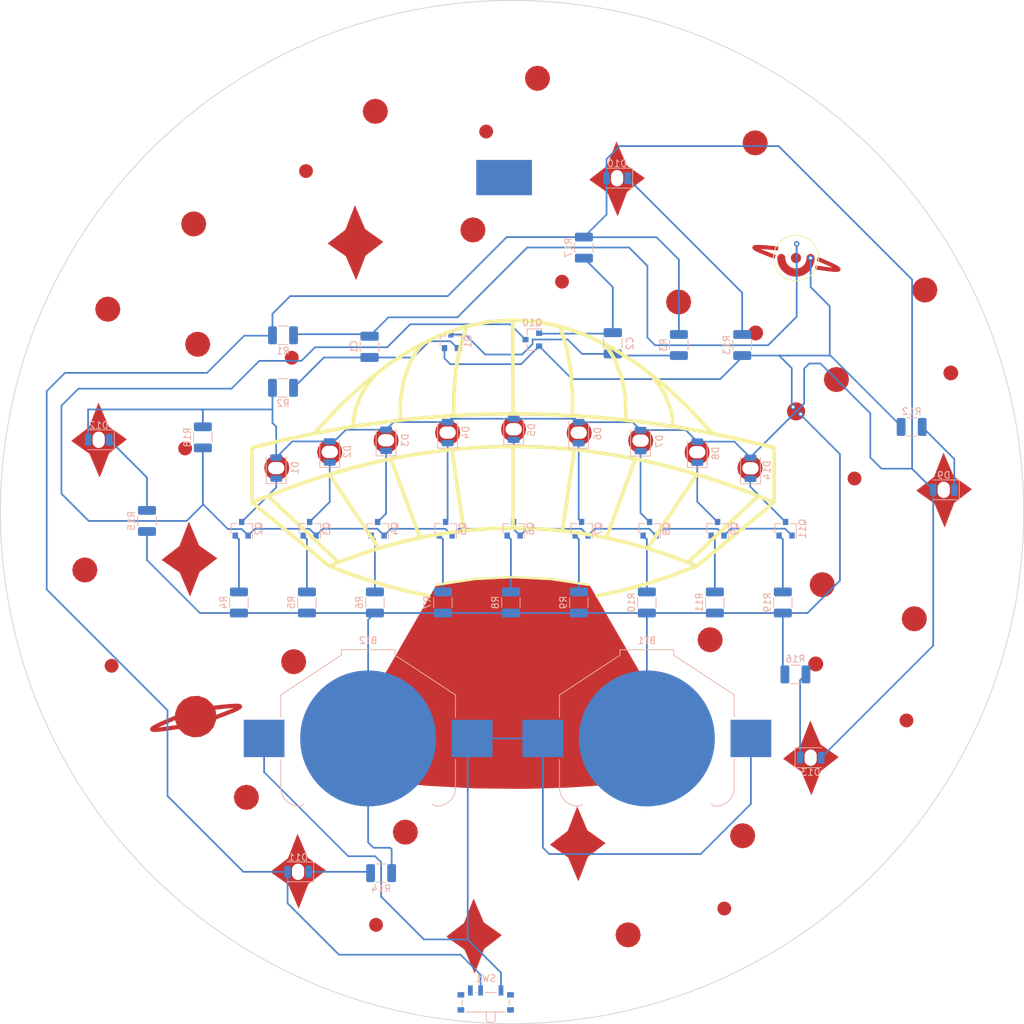
<source format=kicad_pcb>
(kicad_pcb (version 20201116) (generator pcbnew)
  (layers (0 "F.Cu" signal) (31 "B.Cu" signal) (34 "B.Paste" user) (35 "F.Paste" user) (36 "B.SilkS" user "B.Silkscreen") (37 "F.SilkS" user "F.Silkscreen") (38 "B.Mask" user) (39 "F.Mask" user) (44 "Edge.Cuts" user))
  (net 0 "")
  (net 1 "Net-(MK1-Pad1)")
  (net 2 "Net-(SW1-Pad1)")
  (net 3 "Net-(C1-Pad2)")
  (net 4 "Net-(C1-Pad1)")
  (net 5 "Net-(C2-Pad2)")
  (net 6 "Net-(C2-Pad1)")
  (net 7 "Net-(D1-Pad2)")
  (net 8 "Net-(D1-Pad1)")
  (net 9 "Net-(D2-Pad1)")
  (net 10 "Net-(D3-Pad1)")
  (net 11 "Net-(D4-Pad1)")
  (net 12 "Net-(D5-Pad1)")
  (net 13 "Net-(D6-Pad1)")
  (net 14 "Net-(D7-Pad1)")
  (net 15 "Net-(D8-Pad1)")
  (net 16 "Net-(D9-Pad1)")
  (net 17 "Net-(D10-Pad1)")
  (net 18 "Net-(D11-Pad1)")
  (net 19 "Net-(D12-Pad1)")
  (net 20 "Net-(D13-Pad1)")
  (net 21 "Net-(D14-Pad1)")
  (net 22 "Net-(Q2-Pad2)")
  (net 23 "Net-(Q10-Pad3)")
  (net 24 "Net-(Q3-Pad2)")
  (net 25 "Net-(Q4-Pad2)")
  (net 26 "Net-(Q5-Pad2)")
  (net 27 "Net-(Q6-Pad2)")
  (net 28 "Net-(Q7-Pad2)")
  (net 29 "Net-(Q8-Pad2)")
  (net 30 "Net-(Q9-Pad2)")
  (net 31 "Net-(Q11-Pad2)")
  (footprint "Sarah:Microphone" (layer "F.Cu") (at 146.93 64.33)
    (fp_text reference "MK1" hide)
    (fp_text value "Microphone" hide)
  )
  (footprint "Sarah:UFO" (layer "F.Cu") (at 104.79 102.07)
    (fp_text reference "Ref**" hide)
    (fp_text value "Val**" hide)
    (fp_circle (center 0.38 -0.37) (end 59.11 -47.43) (layer "Edge.Cuts") (width 0.12) (fill none))
  )
  (footprint "Resistor_SMD:R_1210_3225Metric_Pad1.30x2.65mm_HandSolder" (layer "B.Cu") (at 163.95 89.18 180)
    (fp_text reference "R12")
    (fp_text value "1k")
  )
  (footprint "Battery:BatteryHolder_Keystone_3008_1x2450" (layer "B.Cu") (at 84 135 180)
    (fp_text reference "BT2")
    (fp_text value "3V")
  )
  (footprint "Package_TO_SOT_SMD:SOT-23" (layer "B.Cu") (at 96.18 76.58 90)
    (fp_text reference "Q1")
    (fp_text value "BC817")
  )
  (footprint "LED_SMD:LED_1206_3216Metric_ReverseMount_Hole1.8x2.4mm" (layer "B.Cu") (at 168.67 98.43 180)
    (fp_text reference "D9")
    (fp_text value "LED")
  )
  (footprint "LED_SMD:LED_1206_3216Metric_ReverseMount_Hole1.8x2.4mm" (layer "B.Cu") (at 70.48 95.23 90)
    (fp_text reference "D1")
    (fp_text value "LED")
  )
  (footprint "LED_SMD:LED_1206_3216Metric_ReverseMount_Hole1.8x2.4mm" (layer "B.Cu") (at 124.07 91.19 90)
    (fp_text reference "D7")
    (fp_text value "LED")
  )
  (footprint "Resistor_SMD:R_1210_3225Metric_Pad1.30x2.65mm_HandSolder" (layer "B.Cu") (at 115.74 62.81 -90)
    (fp_text reference "R17")
    (fp_text value "1M")
  )
  (footprint "Resistor_SMD:R_1210_3225Metric_Pad1.30x2.65mm_HandSolder" (layer "B.Cu") (at 125 115 -90)
    (fp_text reference "R10")
    (fp_text value "1k")
  )
  (footprint "Package_TO_SOT_SMD:SOT-23" (layer "B.Cu") (at 145.4 104.16 90)
    (fp_text reference "Q11")
    (fp_text value "BC817")
  )
  (footprint "LED_SMD:LED_1206_3216Metric_ReverseMount_Hole1.8x2.4mm" (layer "B.Cu") (at 120.62 52.59 180)
    (fp_text reference "D10")
    (fp_text value "LED")
  )
  (footprint "Package_TO_SOT_SMD:SOT-23" (layer "B.Cu") (at 95.4 104.16 90)
    (fp_text reference "Q5")
    (fp_text value "BC817")
  )
  (footprint "Package_TO_SOT_SMD:SOT-23" (layer "B.Cu") (at 108.15 76.34 180)
    (fp_text reference "Q10")
    (fp_text value "BC817")
  )
  (footprint "Resistor_SMD:R_1210_3225Metric_Pad1.30x2.65mm_HandSolder" (layer "B.Cu") (at 146.85 125.58 180)
    (fp_text reference "R16")
    (fp_text value "1k")
  )
  (footprint "Resistor_SMD:R_1210_3225Metric_Pad1.30x2.65mm_HandSolder" (layer "B.Cu") (at 95 115 -90)
    (fp_text reference "R7")
    (fp_text value "1k")
  )
  (footprint "Resistor_SMD:R_1210_3225Metric_Pad1.30x2.65mm_HandSolder" (layer "B.Cu") (at 139.02 77.13 -90)
    (fp_text reference "R13")
    (fp_text value "1k")
  )
  (footprint "Resistor_SMD:R_1210_3225Metric_Pad1.30x2.65mm_HandSolder" (layer "B.Cu") (at 85 115 -90)
    (fp_text reference "R6")
    (fp_text value "1k")
  )
  (footprint "LED_SMD:LED_1206_3216Metric_ReverseMount_Hole1.8x2.4mm" (layer "B.Cu") (at 95.69 90.01 90)
    (fp_text reference "D4")
    (fp_text value "LED")
  )
  (footprint "Resistor_SMD:R_1210_3225Metric_Pad1.30x2.65mm_HandSolder" (layer "B.Cu") (at 135 115 -90)
    (fp_text reference "R11")
    (fp_text value "1k")
  )
  (footprint "LED_SMD:LED_1206_3216Metric_ReverseMount_Hole1.8x2.4mm" (layer "B.Cu") (at 86.64 91.14 90)
    (fp_text reference "D3")
    (fp_text value "LED")
  )
  (footprint "Resistor_SMD:R_1210_3225Metric_Pad1.30x2.65mm_HandSolder" (layer "B.Cu") (at 115 115 -90)
    (fp_text reference "R9")
    (fp_text value "1k")
  )
  (footprint "Resistor_SMD:R_1210_3225Metric_Pad1.30x2.65mm_HandSolder" (layer "B.Cu") (at 75 115 -90)
    (fp_text reference "R5")
    (fp_text value "1k")
  )
  (footprint "Resistor_SMD:R_1210_3225Metric_Pad1.30x2.65mm_HandSolder" (layer "B.Cu") (at 71.48 75.7)
    (fp_text reference "R1")
    (fp_text value "10k")
  )
  (footprint "Button_Switch_SMD:SW_SPDT_PCM12" (layer "B.Cu") (at 101.29 173.5 180)
    (fp_text reference "SW1")
    (fp_text value "SW_SPST")
  )
  (footprint "Resistor_SMD:R_1210_3225Metric_Pad1.30x2.65mm_HandSolder" (layer "B.Cu") (at 85.91 154.81)
    (fp_text reference "R14")
    (fp_text value "1k")
  )
  (footprint "LED_SMD:LED_1206_3216Metric_ReverseMount_Hole1.8x2.4mm" (layer "B.Cu") (at 149.09 137.83)
    (fp_text reference "D13")
    (fp_text value "LED")
  )
  (footprint "Resistor_SMD:R_1210_3225Metric_Pad1.30x2.65mm_HandSolder" (layer "B.Cu") (at 59.69 90.71 -90)
    (fp_text reference "R18")
    (fp_text value "10k")
  )
  (footprint "LED_SMD:LED_1206_3216Metric_ReverseMount_Hole1.8x2.4mm" (layer "B.Cu") (at 44.37 91.07 180)
    (fp_text reference "D12")
    (fp_text value "LED")
  )
  (footprint "Resistor_SMD:R_1210_3225Metric_Pad1.30x2.65mm_HandSolder" (layer "B.Cu") (at 51.47 103.01 -90)
    (fp_text reference "R15")
    (fp_text value "1k")
  )
  (footprint "Package_TO_SOT_SMD:SOT-23" (layer "B.Cu") (at 85.4 104.16 90)
    (fp_text reference "Q4")
    (fp_text value "BC817")
  )
  (footprint "Package_TO_SOT_SMD:SOT-23" (layer "B.Cu") (at 135.4 104.16 90)
    (fp_text reference "Q9")
    (fp_text value "BC817")
  )
  (footprint "Package_TO_SOT_SMD:SOT-23" (layer "B.Cu") (at 75.4 104.16 90)
    (fp_text reference "Q3")
    (fp_text value "BC817")
  )
  (footprint "Package_TO_SOT_SMD:SOT-23" (layer "B.Cu") (at 125.4 104.16 90)
    (fp_text reference "Q8")
    (fp_text value "BC817")
  )
  (footprint "Resistor_SMD:R_1210_3225Metric_Pad1.30x2.65mm_HandSolder" (layer "B.Cu") (at 145 115 -90)
    (fp_text reference "R19")
    (fp_text value "1k")
  )
  (footprint "LED_SMD:LED_1206_3216Metric_ReverseMount_Hole1.8x2.4mm" (layer "B.Cu") (at 114.97 90.03 90)
    (fp_text reference "D6")
    (fp_text value "LED")
  )
  (footprint "Package_TO_SOT_SMD:SOT-23" (layer "B.Cu") (at 105.4 104.16 90)
    (fp_text reference "Q6")
    (fp_text value "BC817")
  )
  (footprint "Capacitor_SMD:C_1210_3225Metric_Pad1.33x2.70mm_HandSolder" (layer "B.Cu") (at 84.21 77.4 -90)
    (fp_text reference "C1")
    (fp_text value "100nF")
  )
  (footprint "Resistor_SMD:R_1210_3225Metric_Pad1.30x2.65mm_HandSolder" (layer "B.Cu") (at 129.71 77.13 -90)
    (fp_text reference "R3")
    (fp_text value "10k")
  )
  (footprint "Package_TO_SOT_SMD:SOT-23" (layer "B.Cu") (at 65.4 104.16 90)
    (fp_text reference "Q2")
    (fp_text value "BC817")
  )
  (footprint "Capacitor_SMD:C_1210_3225Metric_Pad1.33x2.70mm_HandSolder" (layer "B.Cu") (at 119.99 76.87 90)
    (fp_text reference "C2")
    (fp_text value "100nF")
  )
  (footprint "LED_SMD:LED_1206_3216Metric_ReverseMount_Hole1.8x2.4mm" (layer "B.Cu") (at 78.35 92.86 90)
    (fp_text reference "D2")
    (fp_text value "LED")
  )
  (footprint "Battery:BatteryHolder_Keystone_3008_1x2450" (layer "B.Cu") (at 125 135 180)
    (fp_text reference "BT1")
    (fp_text value "3V")
  )
  (footprint "Package_TO_SOT_SMD:SOT-23" (layer "B.Cu") (at 115.4 104.16 90)
    (fp_text reference "Q7")
    (fp_text value "BC817")
  )
  (footprint "Resistor_SMD:R_1210_3225Metric_Pad1.30x2.65mm_HandSolder" (layer "B.Cu") (at 71.48 83.43)
    (fp_text reference "R2")
    (fp_text value "1M")
  )
  (footprint "Resistor_SMD:R_1210_3225Metric_Pad1.30x2.65mm_HandSolder" (layer "B.Cu") (at 65 115 -90)
    (fp_text reference "R4")
    (fp_text value "1k")
  )
  (footprint "LED_SMD:LED_1206_3216Metric_ReverseMount_Hole1.8x2.4mm" (layer "B.Cu") (at 105.41 89.52 90)
    (fp_text reference "D5")
    (fp_text value "LED")
  )
  (footprint "LED_SMD:LED_1206_3216Metric_ReverseMount_Hole1.8x2.4mm" (layer "B.Cu") (at 140.24 95.26 90)
    (fp_text reference "D14")
    (fp_text value "LED")
  )
  (footprint "LED_SMD:LED_1206_3216Metric_ReverseMount_Hole1.8x2.4mm" (layer "B.Cu") (at 132.41 92.89 90)
    (fp_text reference "D8")
    (fp_text value "LED")
  )
  (footprint "Resistor_SMD:R_1210_3225Metric_Pad1.30x2.65mm_HandSolder" (layer "B.Cu") (at 105 115 -90)
    (fp_text reference "R8")
    (fp_text value "1k")
  )
  (footprint "LED_SMD:LED_1206_3216Metric_ReverseMount_Hole1.8x2.4mm" (layer "B.Cu") (at 73.7 154.62 180)
    (fp_text reference "D11")
    (fp_text value "LED")
  )
  (gr_circle (center 169.71 81.24) (end 170.6 81.67) (layer "F.Cu") (width 0.2) (fill solid))
  (gr_circle (center 149.84 124.05) (end 150.8408 124.05) (layer "F.Cu") (width 0.2) (fill solid))
  (gr_circle (center 141 75.36) (end 142 75.4) (layer "F.Cu") (width 0.2) (fill solid))
  (gr_rect (start 100 50) (end 108 55) (layer "B.Cu") (width 0.2) (fill solid))
  (segment (start 147.62 87.3) (end 147.6 87.3) (width 0.25) (layer "F.Cu") (net 1))
  (segment (start 146.55 86.25) (end 146.51 86.25) (width 0.25) (layer "F.Cu") (net 1))
  (segment (start 147.6 87.3) (end 146.55 86.25) (width 0.25) (layer "F.Cu") (net 1))
  (via (at 146.51 86.25) (size 0.8) (drill 0.4) (layers "F.Cu" "B.Cu") (net 1))
  (via (at 147.62 87.3) (size 0.8) (drill 0.4) (layers "F.Cu" "B.Cu") (net 1))
  (via (at 149.08 64.33) (size 0.8) (drill 0.4) (layers "F.Cu" "B.Cu") (net 1))
  (segment (start 139.02 78.68) (end 144.45 78.68) (width 0.25) (layer "B.Cu") (net 1))
  (segment (start 114 82.14) (end 135.8 82.14) (width 0.25) (layer "B.Cu") (net 1))
  (segment (start 85 116.55) (end 95 116.55) (width 0.25) (layer "B.Cu") (net 1))
  (segment (start 144.45 78.68) (end 145.1 78.68) (width 0.25) (layer "B.Cu") (net 1))
  (segment (start 147.62 87.39) (end 153.4 93.17) (width 0.25) (layer "B.Cu") (net 1))
  (segment (start 146.31 86.05) (end 146.31 80.54) (width 0.25) (layer "B.Cu") (net 1))
  (segment (start 146.51 86.25) (end 146.31 86.05) (width 0.25) (layer "B.Cu") (net 1))
  (segment (start 84 150.29) (end 84.79 151.08) (width 0.25) (layer "B.Cu") (net 1))
  (segment (start 145 125.28) (end 145 116.55) (width 0.25) (layer "B.Cu") (net 1))
  (segment (start 65 116.55) (end 75 116.55) (width 0.25) (layer "B.Cu") (net 1))
  (segment (start 145.63 79.86) (end 144.45 78.68) (width 0.25) (layer "B.Cu") (net 1))
  (segment (start 109.15 77.29) (end 114 82.14) (width 0.25) (layer "B.Cu") (net 1))
  (segment (start 146.31 80.54) (end 145.63 79.86) (width 0.25) (layer "B.Cu") (net 1))
  (segment (start 85 116.55) (end 84 117.55) (width 0.25) (layer "B.Cu") (net 1))
  (segment (start 87.46 151.32) (end 87.46 154.81) (width 0.25) (layer "B.Cu") (net 1))
  (segment (start 125 116.55) (end 125 135) (width 0.25) (layer "B.Cu") (net 1))
  (segment (start 95 116.55) (end 105 116.55) (width 0.25) (layer "B.Cu") (net 1))
  (segment (start 75 116.55) (end 85 116.55) (width 0.25) (layer "B.Cu") (net 1))
  (segment (start 51.47 108.76) (end 59.26 116.55) (width 0.25) (layer "B.Cu") (net 1))
  (segment (start 147.62 87.3) (end 147.62 87.39) (width 0.25) (layer "B.Cu") (net 1))
  (segment (start 135.8 82.14) (end 139.02 78.92) (width 0.25) (layer "B.Cu") (net 1))
  (segment (start 84.79 151.08) (end 87.22 151.08) (width 0.25) (layer "B.Cu") (net 1))
  (segment (start 51.47 104.56) (end 51.47 108.76) (width 0.25) (layer "B.Cu") (net 1))
  (segment (start 145.88 78.68) (end 151.9 78.68) (width 0.25) (layer "B.Cu") (net 1))
  (segment (start 145.1 78.68) (end 145.88 78.68) (width 0.25) (layer "B.Cu") (net 1))
  (segment (start 106.49 79.95) (end 109.15 77.29) (width 0.25) (layer "B.Cu") (net 1))
  (segment (start 84 117.55) (end 84 135) (width 0.25) (layer "B.Cu") (net 1))
  (segment (start 153.4 111.78) (end 148.63 116.55) (width 0.25) (layer "B.Cu") (net 1))
  (segment (start 149.08 64.43) (end 149.08 64.33) (width 0.25) (layer "B.Cu") (net 1))
  (segment (start 95.23 79.1) (end 96.08 79.95) (width 0.25) (layer "B.Cu") (net 1))
  (segment (start 95.23 77.58) (end 95.23 79.1) (width 0.25) (layer "B.Cu") (net 1))
  (segment (start 125 116.55) (end 135 116.55) (width 0.25) (layer "B.Cu") (net 1))
  (segment (start 59.26 116.55) (end 65 116.55) (width 0.25) (layer "B.Cu") (net 1))
  (segment (start 96.08 79.95) (end 106.49 79.95) (width 0.25) (layer "B.Cu") (net 1))
  (segment (start 87.22 151.08) (end 87.46 151.32) (width 0.25) (layer "B.Cu") (net 1))
  (segment (start 162.4 89.18) (end 162.4 89.07) (width 0.25) (layer "B.Cu") (net 1))
  (segment (start 162.4 89.07) (end 151.9 78.57) (width 0.25) (layer "B.Cu") (net 1))
  (segment (start 149.09 64.44) (end 149.08 64.43) (width 0.25) (layer "B.Cu") (net 1))
  (segment (start 145.3 125.58) (end 145 125.28) (width 0.25) (layer "B.Cu") (net 1))
  (segment (start 151.9 71.42) (end 149.09 68.61) (width 0.25) (layer "B.Cu") (net 1))
  (segment (start 151.9 78.57) (end 151.9 71.42) (width 0.25) (layer "B.Cu") (net 1))
  (segment (start 148.63 116.55) (end 145 116.55) (width 0.25) (layer "B.Cu") (net 1))
  (segment (start 153.4 93.17) (end 153.4 111.78) (width 0.25) (layer "B.Cu") (net 1))
  (segment (start 84 150.29) (end 84 135) (width 0.25) (layer "B.Cu") (net 1))
  (segment (start 135 116.55) (end 145 116.55) (width 0.25) (layer "B.Cu") (net 1))
  (segment (start 151.9 78.68) (end 151.9 78.57) (width 0.25) (layer "B.Cu") (net 1))
  (segment (start 149.09 64.44) (end 149.09 68.61) (width 0.25) (layer "B.Cu") (net 1))
  (segment (start 139.02 78.92) (end 139.02 78.68) (width 0.25) (layer "B.Cu") (net 1))
  (segment (start 105 116.55) (end 115 116.55) (width 0.25) (layer "B.Cu") (net 1))
  (segment (start 115 116.55) (end 125 116.55) (width 0.25) (layer "B.Cu") (net 1))
  (segment (start 98.65 164.56) (end 103.54 169.45) (width 0.25) (layer "B.Cu") (net 2))
  (segment (start 85.91 153.21) (end 85.91 158.27) (width 0.25) (layer "B.Cu") (net 2))
  (segment (start 98.65 135.65) (end 98.65 164.56) (width 0.25) (layer "B.Cu") (net 2))
  (segment (start 132.93 152) (end 110.63 152) (width 0.25) (layer "B.Cu") (net 2))
  (segment (start 140.3 144.63) (end 132.93 152) (width 0.25) (layer "B.Cu") (net 2))
  (segment (start 140.3 135) (end 140.3 144.63) (width 0.25) (layer "B.Cu") (net 2))
  (segment (start 99.3 135) (end 98.65 135.65) (width 0.25) (layer "B.Cu") (net 2))
  (segment (start 109.7 151.07) (end 109.7 135) (width 0.25) (layer "B.Cu") (net 2))
  (segment (start 68.7 135) (end 68.7 139.95) (width 0.25) (layer "B.Cu") (net 2))
  (segment (start 103.54 169.45) (end 103.54 172.07) (width 0.25) (layer "B.Cu") (net 2))
  (segment (start 92.2 164.56) (end 98.65 164.56) (width 0.25) (layer "B.Cu") (net 2))
  (segment (start 80.02 151.27) (end 81.08 152.33) (width 0.25) (layer "B.Cu") (net 2))
  (segment (start 85.91 158.27) (end 92.2 164.56) (width 0.25) (layer "B.Cu") (net 2))
  (segment (start 85.03 152.33) (end 85.79 153.09) (width 0.25) (layer "B.Cu") (net 2))
  (segment (start 99.3 135) (end 109.7 135) (width 0.25) (layer "B.Cu") (net 2))
  (segment (start 68.7 139.95) (end 80.02 151.27) (width 0.25) (layer "B.Cu") (net 2))
  (segment (start 110.63 152) (end 109.7 151.07) (width 0.25) (layer "B.Cu") (net 2))
  (segment (start 81.08 152.33) (end 85.03 152.33) (width 0.25) (layer "B.Cu") (net 2))
  (segment (start 85.79 153.09) (end 85.91 153.21) (width 0.25) (layer "B.Cu") (net 2))
  (segment (start 73.03 83.43) (end 77.4975 78.9625) (width 0.25) (layer "B.Cu") (net 3))
  (segment (start 96.12 76.57) (end 97.13 77.58) (width 0.25) (layer "B.Cu") (net 3))
  (segment (start 84.21 78.9625) (end 84.2175 78.97) (width 0.25) (layer "B.Cu") (net 3))
  (segment (start 77.4975 78.9625) (end 84.21 78.9625) (width 0.25) (layer "B.Cu") (net 3))
  (segment (start 84.2175 78.97) (end 90.61 78.97) (width 0.25) (layer "B.Cu") (net 3))
  (segment (start 90.61 78.97) (end 93.01 76.57) (width 0.25) (layer "B.Cu") (net 3))
  (segment (start 93.01 76.57) (end 96.12 76.57) (width 0.25) (layer "B.Cu") (net 3))
  (segment (start 147.04 64.22) (end 147.04 62.25) (width 0.25) (layer "F.Cu") (net 4))
  (segment (start 146.93 64.33) (end 147.04 64.22) (width 0.25) (layer "F.Cu") (net 4))
  (via (at 147.04 62.25) (size 0.8) (drill 0.4) (layers "F.Cu" "B.Cu") (net 4))
  (segment (start 124.73 65.14) (end 125.08 65.49) (width 0.25) (layer "B.Cu") (net 4))
  (segment (start 86.9875 73.06) (end 97.13 73.06) (width 0.25) (layer "B.Cu") (net 4))
  (segment (start 73.71 75.54) (end 83.9125 75.54) (width 0.25) (layer "B.Cu") (net 4))
  (segment (start 147.04 72.96) (end 147.04 62.25) (width 0.25) (layer "B.Cu") (net 4))
  (segment (start 122.38 62.79) (end 124.73 65.14) (width 0.25) (layer "B.Cu") (net 4))
  (segment (start 126.21 77.17) (end 142.83 77.17) (width 0.25) (layer "B.Cu") (net 4))
  (segment (start 83.9125 75.54) (end 84.21 75.8375) (width 0.25) (layer "B.Cu") (net 4))
  (segment (start 125.08 76.04) (end 126.21 77.17) (width 0.25) (layer "B.Cu") (net 4))
  (segment (start 125.08 65.49) (end 125.08 76.04) (width 0.25) (layer "B.Cu") (net 4))
  (segment (start 84.21 75.8375) (end 86.9875 73.06) (width 0.25) (layer "B.Cu") (net 4))
  (segment (start 107.4 62.79) (end 122.38 62.79) (width 0.25) (layer "B.Cu") (net 4))
  (segment (start 97.13 73.06) (end 107.4 62.79) (width 0.25) (layer "B.Cu") (net 4))
  (segment (start 142.83 77.17) (end 147.04 72.96) (width 0.25) (layer "B.Cu") (net 4))
  (segment (start 109.69 75.46) (end 119.8375 75.46) (width 0.25) (layer "B.Cu") (net 5))
  (segment (start 119.8375 75.46) (end 119.99 75.3075) (width 0.25) (layer "B.Cu") (net 5))
  (segment (start 119.99 68.61) (end 115.74 64.36) (width 0.25) (layer "B.Cu") (net 5))
  (segment (start 119.99 75.3075) (end 119.99 68.61) (width 0.25) (layer "B.Cu") (net 5))
  (segment (start 96.18 75.58) (end 98.28 75.58) (width 0.25) (layer "B.Cu") (net 6))
  (segment (start 113.35 76.32) (end 115.4625 78.4325) (width 0.25) (layer "B.Cu") (net 6))
  (segment (start 106.64 78.53) (end 108.19 76.98) (width 0.25) (layer "B.Cu") (net 6))
  (segment (start 110.42 76.32) (end 113.35 76.32) (width 0.25) (layer "B.Cu") (net 6))
  (segment (start 120.2375 78.68) (end 129.71 78.68) (width 0.25) (layer "B.Cu") (net 6))
  (segment (start 98.28 75.58) (end 101.23 78.53) (width 0.25) (layer "B.Cu") (net 6))
  (segment (start 108.19 76.32) (end 110.42 76.32) (width 0.25) (layer "B.Cu") (net 6))
  (segment (start 119.99 78.4325) (end 120.2375 78.68) (width 0.25) (layer "B.Cu") (net 6))
  (segment (start 115.4625 78.4325) (end 119.99 78.4325) (width 0.25) (layer "B.Cu") (net 6))
  (segment (start 108.19 76.98) (end 108.19 76.32) (width 0.25) (layer "B.Cu") (net 6))
  (segment (start 101.23 78.53) (end 106.64 78.53) (width 0.25) (layer "B.Cu") (net 6))
  (segment (start 96.18 87.97) (end 105.41 87.97) (width 0.25) (layer "B.Cu") (net 7))
  (segment (start 159.51 95.32) (end 164.01 95.32) (width 0.25) (layer "B.Cu") (net 7))
  (segment (start 69.91 86.61) (end 69.93 86.63) (width 0.25) (layer "B.Cu") (net 7))
  (segment (start 36.72 83.92) (end 36.72 113.09) (width 0.25) (layer "B.Cu") (net 7))
  (segment (start 59.69 86.82) (end 59.48 86.61) (width 0.25) (layer "B.Cu") (net 7))
  (segment (start 54.49 130.86) (end 54.49 143.46) (width 0.25) (layer "B.Cu") (net 7))
  (segment (start 124.07 89.64) (end 122.91 88.48) (width 0.25) (layer "B.Cu") (net 7))
  (segment (start 137.87 91.34) (end 132.41 91.34) (width 0.25) (layer "B.Cu") (net 7))
  (segment (start 95.69 88.46) (end 96.18 87.97) (width 0.25) (layer "B.Cu") (net 7))
  (segment (start 95.7 69.94) (end 104.38 61.26) (width 0.25) (layer "B.Cu") (net 7))
  (segment (start 72.53 69.94) (end 95.7 69.94) (width 0.25) (layer "B.Cu") (net 7))
  (segment (start 60.3 81.23) (end 39.41 81.23) (width 0.25) (layer "B.Cu") (net 7))
  (segment (start 69.93 75.7) (end 69.93 72.54) (width 0.25) (layer "B.Cu") (net 7))
  (segment (start 119.07 49.79) (end 119.07 52.59) (width 0.25) (layer "B.Cu") (net 7))
  (segment (start 70.48 93.68) (end 72.85 91.31) (width 0.25) (layer "B.Cu") (net 7))
  (segment (start 115.74 61.26) (end 119.07 57.93) (width 0.25) (layer "B.Cu") (net 7))
  (segment (start 69.93 88.6) (end 69.93 86.63) (width 0.25) (layer "B.Cu") (net 7))
  (segment (start 72.15 154.62) (end 72.15 159.25) (width 0.25) (layer "B.Cu") (net 7))
  (segment (start 126.43 61.28) (end 129.71 64.56) (width 0.25) (layer "B.Cu") (net 7))
  (segment (start 144.38 47.87) (end 120.99 47.87) (width 0.25) (layer "B.Cu") (net 7))
  (segment (start 100.54 169.75) (end 100.54 172.07) (width 0.25) (layer "B.Cu") (net 7))
  (segment (start 69.93 86.63) (end 69.93 83.43) (width 0.25) (layer "B.Cu") (net 7))
  (segment (start 42.81 91.06) (end 42.81 86.61) (width 0.25) (layer "B.Cu") (net 7))
  (segment (start 72.85 91.31) (end 78.35 91.31) (width 0.25) (layer "B.Cu") (net 7))
  (segment (start 148.89 79.85) (end 150.54 79.85) (width 0.25) (layer "B.Cu") (net 7))
  (segment (start 164.01 92.13) (end 164.01 67.5) (width 0.25) (layer "B.Cu") (net 7))
  (segment (start 87.77 88.46) (end 95.69 88.46) (width 0.25) (layer "B.Cu") (net 7))
  (segment (start 59.69 89.16) (end 59.69 86.82) (width 0.25) (layer "B.Cu") (net 7))
  (segment (start 157.87 87.18) (end 157.87 93.68) (width 0.25) (layer "B.Cu") (net 7))
  (segment (start 129.71 64.56) (end 129.71 75.58) (width 0.25) (layer "B.Cu") (net 7))
  (segment (start 130.71 89.64) (end 124.07 89.64) (width 0.25) (layer "B.Cu") (net 7))
  (segment (start 167.12 121.35) (end 167.12 98.43) (width 0.25) (layer "B.Cu") (net 7))
  (segment (start 148.14 85.73) (end 148.14 82.66) (width 0.25) (layer "B.Cu") (net 7))
  (segment (start 132.41 91.34) (end 130.71 89.64) (width 0.25) (layer "B.Cu") (net 7))
  (segment (start 36.72 113.09) (end 54.49 130.86) (width 0.25) (layer "B.Cu") (net 7))
  (segment (start 70.48 93.68) (end 70.48 89.15) (width 0.25) (layer "B.Cu") (net 7))
  (segment (start 65.77 75.76) (end 60.3 81.23) (width 0.25) (layer "B.Cu") (net 7))
  (segment (start 79.25 91.07) (end 80.73 89.59) (width 0.25) (layer "B.Cu") (net 7))
  (segment (start 114.46 87.97) (end 105.41 87.97) (width 0.25) (layer "B.Cu") (net 7))
  (segment (start 80.73 89.59) (end 86.64 89.59) (width 0.25) (layer "B.Cu") (net 7))
  (segment (start 150.54 79.85) (end 157.87 87.18) (width 0.25) (layer "B.Cu") (net 7))
  (segment (start 69.93 75.7) (end 69.87 75.76) (width 0.25) (layer "B.Cu") (net 7))
  (segment (start 164.01 95.32) (end 164.01 92.13) (width 0.25) (layer "B.Cu") (net 7))
  (segment (start 129.71 75.23) (end 129.71 75.58) (width 0.25) (layer "B.Cu") (net 7))
  (segment (start 164.01 67.5) (end 144.38 47.87) (width 0.25) (layer "B.Cu") (net 7))
  (segment (start 122.91 88.48) (end 114.97 88.48) (width 0.25) (layer "B.Cu") (net 7))
  (segment (start 140.2 93.67) (end 141.74 92.13) (width 0.25) (layer "B.Cu") (net 7))
  (segment (start 39.41 81.23) (end 36.72 83.92) (width 0.25) (layer "B.Cu") (net 7))
  (segment (start 54.49 143.46) (end 65.65 154.62) (width 0.25) (layer "B.Cu") (net 7))
  (segment (start 65.65 154.62) (end 72.15 154.62) (width 0.25) (layer "B.Cu") (net 7))
  (segment (start 150.64 137.83) (end 167.12 121.35) (width 0.25) (layer "B.Cu") (net 7))
  (segment (start 120.99 47.87) (end 119.07 49.79) (width 0.25) (layer "B.Cu") (net 7))
  (segment (start 72.15 159.25) (end 79.71 166.81) (width 0.25) (layer "B.Cu") (net 7))
  (segment (start 141.74 92.13) (end 148.14 85.73) (width 0.25) (layer "B.Cu") (net 7))
  (segment (start 157.87 93.68) (end 159.51 95.32) (width 0.25) (layer "B.Cu") (net 7))
  (segment (start 69.93 72.54) (end 72.53 69.94) (width 0.25) (layer "B.Cu") (net 7))
  (segment (start 148.14 80.6) (end 148.89 79.85) (width 0.25) (layer "B.Cu") (net 7))
  (segment (start 42.81 86.61) (end 59.48 86.61) (width 0.25) (layer "B.Cu") (net 7))
  (segment (start 148.14 82.66) (end 148.14 80.6) (width 0.25) (layer "B.Cu") (net 7))
  (segment (start 114.97 88.48) (end 114.46 87.97) (width 0.25) (layer "B.Cu") (net 7))
  (segment (start 70.48 89.15) (end 69.93 88.6) (width 0.25) (layer "B.Cu") (net 7))
  (segment (start 119.07 57.93) (end 119.07 52.59) (width 0.25) (layer "B.Cu") (net 7))
  (segment (start 97.6 166.81) (end 100.54 169.75) (width 0.25) (layer "B.Cu") (net 7))
  (segment (start 140.2 93.67) (end 137.87 91.34) (width 0.25) (layer "B.Cu") (net 7))
  (segment (start 59.48 86.61) (end 69.91 86.61) (width 0.25) (layer "B.Cu") (net 7))
  (segment (start 42.82 91.07) (end 42.81 91.06) (width 0.25) (layer "B.Cu") (net 7))
  (segment (start 86.64 89.59) (end 87.77 88.46) (width 0.25) (layer "B.Cu") (net 7))
  (segment (start 115.74 61.26) (end 115.76 61.28) (width 0.25) (layer "B.Cu") (net 7))
  (segment (start 104.38 61.26) (end 115.74 61.26) (width 0.25) (layer "B.Cu") (net 7))
  (segment (start 79.71 166.81) (end 97.6 166.81) (width 0.25) (layer "B.Cu") (net 7))
  (segment (start 148.14 82.66) (end 148.14 82.53) (width 0.25) (layer "B.Cu") (net 7))
  (segment (start 69.87 75.76) (end 65.77 75.76) (width 0.25) (layer "B.Cu") (net 7))
  (segment (start 167.12 98.43) (end 164.01 95.32) (width 0.25) (layer "B.Cu") (net 7))
  (segment (start 115.76 61.28) (end 126.43 61.28) (width 0.25) (layer "B.Cu") (net 7))
  (segment (start 70.48 98.08) (end 70.48 96.78) (width 0.25) (layer "B.Cu") (net 8))
  (segment (start 65.4 103.16) (end 70.48 98.08) (width 0.25) (layer "B.Cu") (net 8))
  (segment (start 78.35 100.21) (end 78.35 94.41) (width 0.25) (layer "B.Cu") (net 9))
  (segment (start 75.4 103.16) (end 78.35 100.21) (width 0.25) (layer "B.Cu") (net 9))
  (segment (start 85.4 103.16) (end 86.64 101.92) (width 0.25) (layer "B.Cu") (net 10))
  (segment (start 86.64 101.92) (end 86.64 92.69) (width 0.25) (layer "B.Cu") (net 10))
  (segment (start 95.4 103.16) (end 95.69 102.87) (width 0.25) (layer "B.Cu") (net 11))
  (segment (start 95.69 102.87) (end 95.69 91.56) (width 0.25) (layer "B.Cu") (net 11))
  (segment (start 105.41 103.15) (end 105.41 91.07) (width 0.25) (layer "B.Cu") (net 12))
  (segment (start 105.4 103.16) (end 105.41 103.15) (width 0.25) (layer "B.Cu") (net 12))
  (segment (start 115.4 103.16) (end 114.97 102.73) (width 0.25) (layer "B.Cu") (net 13))
  (segment (start 114.97 102.73) (end 114.97 91.58) (width 0.25) (layer "B.Cu") (net 13))
  (segment (start 125.4 103.16) (end 124.07 101.83) (width 0.25) (layer "B.Cu") (net 14))
  (segment (start 124.07 101.83) (end 124.07 92.74) (width 0.25) (layer "B.Cu") (net 14))
  (segment (start 135.4 103.16) (end 132.41 100.17) (width 0.25) (layer "B.Cu") (net 15))
  (segment (start 132.41 100.17) (end 132.41 94.44) (width 0.25) (layer "B.Cu") (net 15))
  (segment (start 170.22 98.43) (end 170.22 93.9) (width 0.25) (layer "B.Cu") (net 16))
  (segment (start 170.22 93.9) (end 165.5 89.18) (width 0.25) (layer "B.Cu") (net 16))
  (segment (start 122.17 52.59) (end 139.02 69.44) (width 0.25) (layer "B.Cu") (net 17))
  (segment (start 139.02 69.44) (end 139.02 75.58) (width 0.25) (layer "B.Cu") (net 17))
  (segment (start 84.17 154.62) (end 75.25 154.62) (width 0.25) (layer "B.Cu") (net 18))
  (segment (start 84.36 154.81) (end 84.17 154.62) (width 0.25) (layer "B.Cu") (net 18))
  (segment (start 84.1 154.55) (end 84.36 154.81) (width 0.25) (layer "B.Cu") (net 18))
  (segment (start 51.47 101.46) (end 51.47 96.62) (width 0.25) (layer "B.Cu") (net 19))
  (segment (start 51.47 96.62) (end 45.92 91.07) (width 0.25) (layer "B.Cu") (net 19))
  (segment (start 147.54 126.44) (end 148.4 125.58) (width 0.25) (layer "B.Cu") (net 20))
  (segment (start 147.54 137.83) (end 147.54 126.44) (width 0.25) (layer "B.Cu") (net 20))
  (segment (start 140.2 97.96) (end 140.2 96.77) (width 0.25) (layer "B.Cu") (net 21))
  (segment (start 145.4 103.16) (end 140.2 97.96) (width 0.25) (layer "B.Cu") (net 21))
  (segment (start 65 105.71) (end 65 113.45) (width 0.25) (layer "B.Cu") (net 22))
  (segment (start 64.45 105.16) (end 65 105.71) (width 0.25) (layer "B.Cu") (net 22))
  (segment (start 67.99 79.46) (end 63.9 83.55) (width 0.25) (layer "B.Cu") (net 23))
  (segment (start 116.35 105.16) (end 117.35 104.16) (width 0.25) (layer "B.Cu") (net 23))
  (segment (start 86.81 77.46) (end 76.19 77.46) (width 0.25) (layer "B.Cu") (net 23))
  (segment (start 127.35 104.16) (end 135.35 104.16) (width 0.25) (layer "B.Cu") (net 23))
  (segment (start 67.35 104.16) (end 75.35 104.16) (width 0.25) (layer "B.Cu") (net 23))
  (segment (start 96.35 105.16) (end 97.35 104.16) (width 0.25) (layer "B.Cu") (net 23))
  (segment (start 74.19 79.46) (end 67.99 79.46) (width 0.25) (layer "B.Cu") (net 23))
  (segment (start 125.35 104.16) (end 126.35 105.16) (width 0.25) (layer "B.Cu") (net 23))
  (segment (start 59.745 100.575) (end 59.69 100.52) (width 0.25) (layer "B.Cu") (net 23))
  (segment (start 106.35 105.16) (end 107.35 104.16) (width 0.25) (layer "B.Cu") (net 23))
  (segment (start 104.89 74.08) (end 91.52 74.08) (width 0.25) (layer "B.Cu") (net 23))
  (segment (start 75.35 104.16) (end 76.35 105.16) (width 0.25) (layer "B.Cu") (net 23))
  (segment (start 136.35 105.16) (end 137.37 104.14) (width 0.25) (layer "B.Cu") (net 23))
  (segment (start 66.35 105.16) (end 67.35 104.16) (width 0.25) (layer "B.Cu") (net 23))
  (segment (start 57.31 103.01) (end 59.745 100.575) (width 0.25) (layer "B.Cu") (net 23))
  (segment (start 66.35 105.16) (end 66.35 105.15) (width 0.25) (layer "B.Cu") (net 23))
  (segment (start 65.4 104.2) (end 63.37 104.2) (width 0.25) (layer "B.Cu") (net 23))
  (segment (start 77.36 104.15) (end 85.34 104.15) (width 0.25) (layer "B.Cu") (net 23))
  (segment (start 95.35 104.16) (end 96.35 105.16) (width 0.25) (layer "B.Cu") (net 23))
  (segment (start 63.9 83.55) (end 41.39 83.55) (width 0.25) (layer "B.Cu") (net 23))
  (segment (start 66.35 105.15) (end 65.4 104.2) (width 0.25) (layer "B.Cu") (net 23))
  (segment (start 86.35 105.16) (end 87.35 104.16) (width 0.25) (layer "B.Cu") (net 23))
  (segment (start 115.35 104.16) (end 116.35 105.16) (width 0.25) (layer "B.Cu") (net 23))
  (segment (start 135.35 104.16) (end 136.35 105.16) (width 0.25) (layer "B.Cu") (net 23))
  (segment (start 85.34 104.15) (end 86.35 105.16) (width 0.25) (layer "B.Cu") (net 23))
  (segment (start 107.35 104.16) (end 115.35 104.16) (width 0.25) (layer "B.Cu") (net 23))
  (segment (start 117.35 104.16) (end 125.35 104.16) (width 0.25) (layer "B.Cu") (net 23))
  (segment (start 137.37 104.14) (end 145.33 104.14) (width 0.25) (layer "B.Cu") (net 23))
  (segment (start 42.9 103.01) (end 57.31 103.01) (width 0.25) (layer "B.Cu") (net 23))
  (segment (start 38.89 99) (end 42.9 103.01) (width 0.25) (layer "B.Cu") (net 23))
  (segment (start 145.33 104.14) (end 146.35 105.16) (width 0.25) (layer "B.Cu") (net 23))
  (segment (start 41.39 83.55) (end 38.89 86.05) (width 0.25) (layer "B.Cu") (net 23))
  (segment (start 63.37 104.2) (end 59.745 100.575) (width 0.25) (layer "B.Cu") (net 23))
  (segment (start 91.52 74.08) (end 90.19 74.08) (width 0.25) (layer "B.Cu") (net 23))
  (segment (start 87.35 104.16) (end 95.35 104.16) (width 0.25) (layer "B.Cu") (net 23))
  (segment (start 76.35 105.16) (end 77.36 104.15) (width 0.25) (layer "B.Cu") (net 23))
  (segment (start 105.35 104.16) (end 106.35 105.16) (width 0.25) (layer "B.Cu") (net 23))
  (segment (start 76.19 77.46) (end 74.19 79.46) (width 0.25) (layer "B.Cu") (net 23))
  (segment (start 38.89 86.05) (end 38.89 99) (width 0.25) (layer "B.Cu") (net 23))
  (segment (start 90.19 74.08) (end 86.81 77.46) (width 0.25) (layer "B.Cu") (net 23))
  (segment (start 107.15 76.34) (end 104.89 74.08) (width 0.25) (layer "B.Cu") (net 23))
  (segment (start 126.35 105.16) (end 127.35 104.16) (width 0.25) (layer "B.Cu") (net 23))
  (segment (start 59.69 100.52) (end 59.69 92.26) (width 0.25) (layer "B.Cu") (net 23))
  (segment (start 97.35 104.16) (end 105.35 104.16) (width 0.25) (layer "B.Cu") (net 23))
  (segment (start 75 105.71) (end 74.45 105.16) (width 0.25) (layer "B.Cu") (net 24))
  (segment (start 75 113.45) (end 75 105.71) (width 0.25) (layer "B.Cu") (net 24))
  (segment (start 85 105.71) (end 84.45 105.16) (width 0.25) (layer "B.Cu") (net 25))
  (segment (start 85 113.45) (end 85 105.71) (width 0.25) (layer "B.Cu") (net 25))
  (segment (start 95 113.45) (end 95 105.71) (width 0.25) (layer "B.Cu") (net 26))
  (segment (start 95 105.71) (end 94.45 105.16) (width 0.25) (layer "B.Cu") (net 26))
  (segment (start 104.45 105.16) (end 105 105.71) (width 0.25) (layer "B.Cu") (net 27))
  (segment (start 105 105.71) (end 105 113.45) (width 0.25) (layer "B.Cu") (net 27))
  (segment (start 114.45 105.16) (end 115 105.71) (width 0.25) (layer "B.Cu") (net 28))
  (segment (start 115 105.71) (end 115 113.45) (width 0.25) (layer "B.Cu") (net 28))
  (segment (start 125 105.71) (end 125 113.45) (width 0.25) (layer "B.Cu") (net 29))
  (segment (start 124.45 105.16) (end 125 105.71) (width 0.25) (layer "B.Cu") (net 29))
  (segment (start 135 105.71) (end 135 113.45) (width 0.25) (layer "B.Cu") (net 30))
  (segment (start 134.45 105.16) (end 135 105.71) (width 0.25) (layer "B.Cu") (net 30))
  (segment (start 145 105.71) (end 145 113.45) (width 0.25) (layer "B.Cu") (net 31))
  (segment (start 144.45 105.16) (end 145 105.71) (width 0.25) (layer "B.Cu") (net 31))
  (zone (net 1) (net_name "Net-(MK1-Pad1)") (layer "F.Cu") (connect_pads (clearance 0.508)) (min_thickness 0.254) (fill yes (thermal_gap 0.508) (thermal_bridge_width 0.508))
    (polygon (pts (xy 147.25 85.59) (xy 147.42 85.64) (xy 147.55 85.7) (xy 147.64 85.75) (xy 147.78 85.84) (xy 147.9 85.95) (xy 147.97 86.03) (xy 148.05 86.13) (xy 148.11 86.23) (xy 148.15 86.31) (xy 148.2 86.43) (xy 148.24 86.54) (xy 148.28 86.76) (xy 148.29 86.9) (xy 148.28 87.02) (xy 148.26 87.14) (xy 148.24 87.23) (xy 148.19 87.38) (xy 148.15 87.47) (xy 148.1 87.56) (xy 148.06 87.63) (xy 148.02 87.69) (xy 147.95 87.77) (xy 147.89 87.84) (xy 147.81 87.91) (xy 147.69 88) (xy 147.57 88.07) (xy 147.46 88.12) (xy 147.35 88.16) (xy 147.28 88.18) (xy 147.24 88.19) (xy 147.19 88.2) (xy 147.13 88.21) (xy 147.03 88.22) (xy 146.81 88.22) (xy 146.57 88.18) (xy 146.27 88.05) (xy 146.08 87.9) (xy 146 87.83) (xy 145.9 87.71) (xy 145.82 87.6) (xy 145.71 87.39) (xy 145.66 87.23) (xy 145.61 87.05) (xy 145.62 86.75) (xy 145.66 86.55) (xy 145.7 86.43) (xy 145.74 86.33) (xy 145.82 86.18) (xy 145.86 86.12) (xy 145.97 85.98) (xy 146.06 85.9) (xy 146.12 85.85) (xy 146.17 85.81) (xy 146.23 85.77) (xy 146.28 85.74) (xy 146.39 85.68) (xy 146.44 85.66) (xy 146.52 85.63) (xy 146.58 85.61) (xy 146.7 85.58) (xy 146.71 85.58) (xy 146.85 85.56) (xy 147.07 85.56)))
  )
)
</source>
